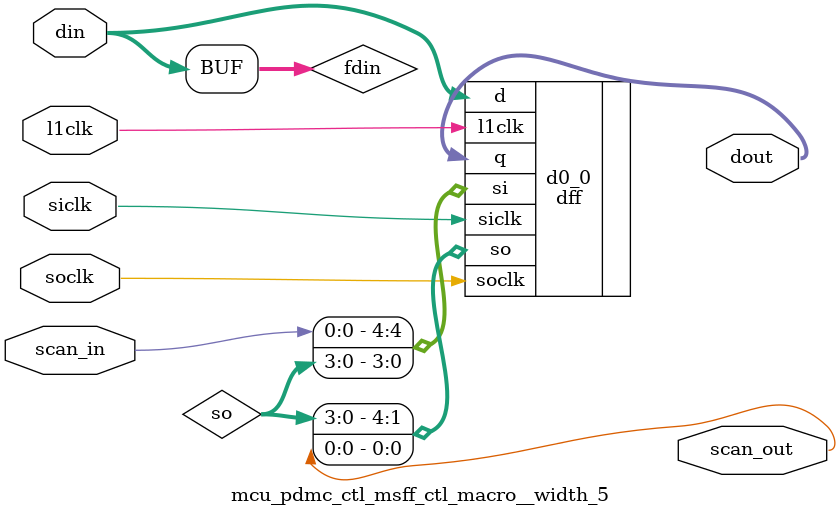
<source format=v>
module mcu_pdmc_ctl (
  pdmc_pde_pending, 
  pdmc_pdx_pending, 
  pdmc_rank_avail, 
  drq0_pd_mode_rd_incr, 
  drq1_pd_mode_rd_incr, 
  drq0_pd_mode_wr_incr, 
  drq1_pd_mode_wr_incr, 
  drif_pd_mode_scrub_incr, 
  drif_pd_mode_err_incr, 
  woq_pd_mode_wr_err_incr, 
  drq0_pd_mode_rd_decr, 
  drq1_pd_mode_rd_decr, 
  woq_pd_mode_wr_decr, 
  drif_pd_mode_scrub_decr, 
  drif_pd_mode_err_decr, 
  woq_pd_mode_wr_err_decr, 
  drif_pdx_issued, 
  drif_pde_issued, 
  fbdic_l0_state, 
  drif_pdmc_enable, 
  drif_refresh_mode, 
  fbdic_scr_frame_req_d4, 
  drif_pdmc_idle, 
  dal_reg, 
  ral_reg, 
  l1clk, 
  scan_in, 
  scan_out, 
  tcu_aclk, 
  tcu_bclk, 
  tcu_scan_en);
wire siclk;
wire soclk;
wire se;
wire [2:0] pdmc_pd_cnt_incr;
wire [5:0] pdmc_pd_cnt_decr;
wire [5:0] pdmc_pd_cnt_in;
wire [5:0] pdmc_pd_cnt;
wire ff_pd_cnt_scanin;
wire ff_pd_cnt_scanout;
wire pdmc_pd_cnt_is_zero;
wire [3:0] pdmc_state;
wire inv_pdmc_state_in_0;
wire inv_pdmc_state_0;
wire ff_pdmc_state_scanin;
wire ff_pdmc_state_scanout;
wire pdmc_cke_cnt_is_zero;
wire pdmc_precharge_cnt_is_zero;
wire pdmc_xp_cnt_is_zero;
wire pdmc_cke_reset;
wire [1:0] pdmc_cke_cnt_in;
wire [1:0] pdmc_cke_cnt;
wire ff_cke_cnt_scanin;
wire ff_cke_cnt_scanout;
wire pdmc_xp_reset;
wire [1:0] pdmc_xp_cnt_in;
wire [1:0] pdmc_xp_cnt;
wire ff_xp_cnt_scanin;
wire ff_xp_cnt_scanout;
wire pdmc_precharge_rd_reset;
wire pdmc_precharge_wr_reset;
wire [4:0] pdmc_precharge_cnt_in;
wire [4:0] pdmc_precharge_cnt;
wire ff_precharge_cnt_scanin;
wire ff_precharge_cnt_scanout;


output		pdmc_pde_pending;
output		pdmc_pdx_pending;

output		pdmc_rank_avail;

input		drq0_pd_mode_rd_incr;
input		drq1_pd_mode_rd_incr;
input		drq0_pd_mode_wr_incr;
input		drq1_pd_mode_wr_incr;
input		drif_pd_mode_scrub_incr;
input		drif_pd_mode_err_incr;
input		woq_pd_mode_wr_err_incr;

input		drq0_pd_mode_rd_decr;
input		drq1_pd_mode_rd_decr;
input		woq_pd_mode_wr_decr;
input		drif_pd_mode_scrub_decr;
input		drif_pd_mode_err_decr;
input		woq_pd_mode_wr_err_decr;

input		drif_pdx_issued;
input		drif_pde_issued;

input		fbdic_l0_state;
input		drif_pdmc_enable;
input		drif_refresh_mode;
input		fbdic_scr_frame_req_d4;
input		drif_pdmc_idle;

input	[4:0]	dal_reg;
input	[4:0]	ral_reg;

input 		l1clk;
input 		scan_in;
output		scan_out;
input 		tcu_aclk;
input		tcu_bclk;
input		tcu_scan_en;

// Clock header connections
assign siclk = tcu_aclk;
assign soclk = tcu_bclk;
assign se = tcu_scan_en;

// Count the number of pending transactions
assign pdmc_pd_cnt_incr[2:0] = {2'h0, drq0_pd_mode_rd_incr} + {2'h0, drq0_pd_mode_wr_incr} + 
			       {2'h0, drq1_pd_mode_rd_incr} + {2'h0, drq1_pd_mode_wr_incr} + 
			       {2'h0, drif_pd_mode_err_incr} + {2'h0, drif_pd_mode_scrub_incr} +
			       {2'h0, woq_pd_mode_wr_err_incr};
assign pdmc_pd_cnt_decr[5:0] = {5'h0, drq0_pd_mode_rd_decr | drq1_pd_mode_rd_decr | 
				      woq_pd_mode_wr_decr | drif_pd_mode_scrub_decr |
				      drif_pd_mode_err_decr | woq_pd_mode_wr_err_decr};

assign pdmc_pd_cnt_in[5:0] = {6{~drif_pdmc_idle}} & 
				(pdmc_pd_cnt[5:0] + {3'h0, pdmc_pd_cnt_incr[2:0]} - pdmc_pd_cnt_decr[5:0]);

// 0in overflow -var pdmc_pd_cnt[5:0]
// 0in underflow -var pdmc_pd_cnt[5:0]
mcu_pdmc_ctl_msff_ctl_macro__width_6 ff_pd_cnt  (
	.scan_in(ff_pd_cnt_scanin),
	.scan_out(ff_pd_cnt_scanout),
	.din(pdmc_pd_cnt_in[5:0]),
	.dout(pdmc_pd_cnt[5:0]),
	.l1clk(l1clk),
  .siclk(siclk),
  .soclk(soclk));

assign pdmc_pd_cnt_is_zero = pdmc_pd_cnt[5:0] == 6'h0 & ~drif_refresh_mode;

reg [3:0] pdmc_state_in;

// 0in one_hot -var pdmc_state[3:0]
always @(pdmc_pd_cnt_is_zero or fbdic_l0_state or drif_pdmc_enable or drif_pde_issued or 
	 drif_pdx_issued or pdmc_state or fbdic_scr_frame_req_d4)  
begin
	pdmc_state_in[3:0] = 4'h0;

	case (1'b1)

	// State 0: In active mode
	pdmc_state[0] : begin
		if (pdmc_pd_cnt_is_zero & fbdic_l0_state & drif_pdmc_enable) 
			pdmc_state_in[1] = 1'b1;
		else
			pdmc_state_in[0] = 1'b1;
	end

	// State 1: Entering power down mode
	pdmc_state[1] : begin
		if (~fbdic_l0_state | ~drif_pdmc_enable | ~pdmc_pd_cnt_is_zero & ~drif_pde_issued | fbdic_scr_frame_req_d4)
			pdmc_state_in[0] = 1'b1;
		else if (drif_pde_issued)
			pdmc_state_in[2] = 1'b1;
		else
			pdmc_state_in[1] = 1'b1;
	end

	// State 2: In power down mode
	pdmc_state[2] : begin
		if (~fbdic_l0_state | fbdic_scr_frame_req_d4)
			pdmc_state_in[0] = 1'b1;
		else if (~pdmc_pd_cnt_is_zero | ~drif_pdmc_enable)
			pdmc_state_in[3] = 1'b1;
		else
			pdmc_state_in[2] = 1'b1;
	end

	// State 3: Exiting power down mode
	pdmc_state[3] : begin
		if (~fbdic_l0_state | drif_pdx_issued | fbdic_scr_frame_req_d4)
			pdmc_state_in[0] = 1'b1;
		else 
			pdmc_state_in[3] = 1'b1;
	end

	default: ;

	endcase

end

assign inv_pdmc_state_in_0 = ~pdmc_state_in[0];
assign pdmc_state[0] = ~inv_pdmc_state_0;
mcu_pdmc_ctl_msff_ctl_macro__width_4 ff_pdmc_state  (
	.scan_in(ff_pdmc_state_scanin),
	.scan_out(ff_pdmc_state_scanout),
	.din({pdmc_state_in[3:1], inv_pdmc_state_in_0}),
	.dout({pdmc_state[3:1], inv_pdmc_state_0}),
	.l1clk(l1clk),
  .siclk(siclk),
  .soclk(soclk));

assign pdmc_pde_pending = pdmc_state[1] & pdmc_cke_cnt_is_zero & pdmc_precharge_cnt_is_zero;
assign pdmc_pdx_pending = pdmc_state[3] & pdmc_cke_cnt_is_zero;

assign pdmc_rank_avail = pdmc_state[0] & pdmc_xp_cnt_is_zero;

// Make sure CKE is asserted or deasserted for tCKE cycles before changing
assign pdmc_cke_reset = pdmc_state[3] & drif_pdx_issued | pdmc_state[1] & drif_pde_issued;
assign pdmc_cke_cnt_in[1:0] = pdmc_cke_reset ? 2'h3 : pdmc_cke_cnt_is_zero ? 2'h0 : pdmc_cke_cnt[1:0] - 2'h1;
mcu_pdmc_ctl_msff_ctl_macro__width_2 ff_cke_cnt  (
	.scan_in(ff_cke_cnt_scanin),
	.scan_out(ff_cke_cnt_scanout),
	.din(pdmc_cke_cnt_in[1:0]),
	.dout(pdmc_cke_cnt[1:0]),
	.l1clk(l1clk),
  .siclk(siclk),
  .soclk(soclk));

assign pdmc_cke_cnt_is_zero = pdmc_cke_cnt[1:0] == 2'h0;

// Wait for tXP (precharge power down to any command) before enabling rank
assign pdmc_xp_reset = pdmc_state[3] & drif_pdx_issued;
assign pdmc_xp_cnt_in[1:0] = pdmc_xp_reset ? 2'h2 : pdmc_xp_cnt_is_zero ? 2'h0 : pdmc_xp_cnt[1:0] - 2'h1;
mcu_pdmc_ctl_msff_ctl_macro__width_2 ff_xp_cnt  (
	.scan_in(ff_xp_cnt_scanin),
	.scan_out(ff_xp_cnt_scanout),
	.din(pdmc_xp_cnt_in[1:0]),
	.dout(pdmc_xp_cnt[1:0]),
	.l1clk(l1clk),
  .siclk(siclk),
  .soclk(soclk));

assign pdmc_xp_cnt_is_zero = pdmc_xp_cnt[1:0] == 2'h0;

// Wait for precharge time after a command is issued before going back to power down mode
assign pdmc_precharge_rd_reset = drq0_pd_mode_rd_decr | drq1_pd_mode_rd_decr | 
				 drif_pd_mode_scrub_decr | drif_pd_mode_err_decr;
assign pdmc_precharge_wr_reset = woq_pd_mode_wr_decr | woq_pd_mode_wr_err_decr;
assign pdmc_precharge_cnt_in[4:0] = pdmc_precharge_rd_reset ? ral_reg[4:0] : 
				    pdmc_precharge_wr_reset ? dal_reg[4:0] :
				    pdmc_precharge_cnt_is_zero ? 5'h0 : pdmc_precharge_cnt[4:0] - 5'h1;
mcu_pdmc_ctl_msff_ctl_macro__width_5 ff_precharge_cnt  (
	.scan_in(ff_precharge_cnt_scanin),
	.scan_out(ff_precharge_cnt_scanout),
	.din(pdmc_precharge_cnt_in[4:0]),
	.dout(pdmc_precharge_cnt[4:0]),
	.l1clk(l1clk),
  .siclk(siclk),
  .soclk(soclk));

assign pdmc_precharge_cnt_is_zero = pdmc_precharge_cnt[4:0] == 5'h0;

// fixscan start:
assign ff_pd_cnt_scanin          = scan_in                  ;
assign ff_pdmc_state_scanin      = ff_pd_cnt_scanout        ;
assign ff_cke_cnt_scanin         = ff_pdmc_state_scanout    ;
assign ff_xp_cnt_scanin          = ff_cke_cnt_scanout       ;
assign ff_precharge_cnt_scanin   = ff_xp_cnt_scanout        ;
assign scan_out                  = ff_precharge_cnt_scanout ;
// fixscan end:
endmodule






// any PARAMS parms go into naming of macro

module mcu_pdmc_ctl_msff_ctl_macro__width_6 (
  din, 
  l1clk, 
  scan_in, 
  siclk, 
  soclk, 
  dout, 
  scan_out);
wire [5:0] fdin;
wire [4:0] so;

  input [5:0] din;
  input l1clk;
  input scan_in;


  input siclk;
  input soclk;

  output [5:0] dout;
  output scan_out;
assign fdin[5:0] = din[5:0];






dff /*#(6)*/  d0_0 (
.l1clk(l1clk),
.siclk(siclk),
.soclk(soclk),
.d(fdin[5:0]),
.si({scan_in,so[4:0]}),
.so({so[4:0],scan_out}),
.q(dout[5:0])
);












endmodule













// any PARAMS parms go into naming of macro

module mcu_pdmc_ctl_msff_ctl_macro__width_4 (
  din, 
  l1clk, 
  scan_in, 
  siclk, 
  soclk, 
  dout, 
  scan_out);
wire [3:0] fdin;
wire [2:0] so;

  input [3:0] din;
  input l1clk;
  input scan_in;


  input siclk;
  input soclk;

  output [3:0] dout;
  output scan_out;
assign fdin[3:0] = din[3:0];






dff /*#(4)*/  d0_0 (
.l1clk(l1clk),
.siclk(siclk),
.soclk(soclk),
.d(fdin[3:0]),
.si({scan_in,so[2:0]}),
.so({so[2:0],scan_out}),
.q(dout[3:0])
);












endmodule













// any PARAMS parms go into naming of macro

module mcu_pdmc_ctl_msff_ctl_macro__width_2 (
  din, 
  l1clk, 
  scan_in, 
  siclk, 
  soclk, 
  dout, 
  scan_out);
wire [1:0] fdin;
wire [0:0] so;

  input [1:0] din;
  input l1clk;
  input scan_in;


  input siclk;
  input soclk;

  output [1:0] dout;
  output scan_out;
assign fdin[1:0] = din[1:0];






dff /*#(2)*/  d0_0 (
.l1clk(l1clk),
.siclk(siclk),
.soclk(soclk),
.d(fdin[1:0]),
.si({scan_in,so[0:0]}),
.so({so[0:0],scan_out}),
.q(dout[1:0])
);












endmodule













// any PARAMS parms go into naming of macro

module mcu_pdmc_ctl_msff_ctl_macro__width_5 (
  din, 
  l1clk, 
  scan_in, 
  siclk, 
  soclk, 
  dout, 
  scan_out);
wire [4:0] fdin;
wire [3:0] so;

  input [4:0] din;
  input l1clk;
  input scan_in;


  input siclk;
  input soclk;

  output [4:0] dout;
  output scan_out;
assign fdin[4:0] = din[4:0];






dff /*#(5)*/  d0_0 (
.l1clk(l1clk),
.siclk(siclk),
.soclk(soclk),
.d(fdin[4:0]),
.si({scan_in,so[3:0]}),
.so({so[3:0],scan_out}),
.q(dout[4:0])
);












endmodule









</source>
